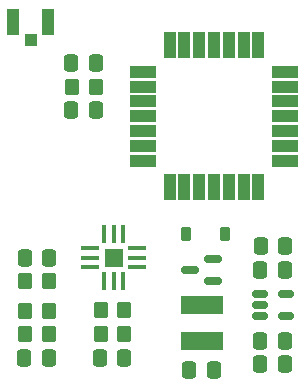
<source format=gbr>
%TF.GenerationSoftware,KiCad,Pcbnew,7.0.7*%
%TF.CreationDate,2024-01-18T13:53:05-05:00*%
%TF.ProjectId,DDRN_Hardware,4444524e-5f48-4617-9264-776172652e6b,rev?*%
%TF.SameCoordinates,Original*%
%TF.FileFunction,Paste,Top*%
%TF.FilePolarity,Positive*%
%FSLAX46Y46*%
G04 Gerber Fmt 4.6, Leading zero omitted, Abs format (unit mm)*
G04 Created by KiCad (PCBNEW 7.0.7) date 2024-01-18 13:53:05*
%MOMM*%
%LPD*%
G01*
G04 APERTURE LIST*
G04 Aperture macros list*
%AMRoundRect*
0 Rectangle with rounded corners*
0 $1 Rounding radius*
0 $2 $3 $4 $5 $6 $7 $8 $9 X,Y pos of 4 corners*
0 Add a 4 corners polygon primitive as box body*
4,1,4,$2,$3,$4,$5,$6,$7,$8,$9,$2,$3,0*
0 Add four circle primitives for the rounded corners*
1,1,$1+$1,$2,$3*
1,1,$1+$1,$4,$5*
1,1,$1+$1,$6,$7*
1,1,$1+$1,$8,$9*
0 Add four rect primitives between the rounded corners*
20,1,$1+$1,$2,$3,$4,$5,0*
20,1,$1+$1,$4,$5,$6,$7,0*
20,1,$1+$1,$6,$7,$8,$9,0*
20,1,$1+$1,$8,$9,$2,$3,0*%
G04 Aperture macros list end*
%ADD10RoundRect,0.225000X-0.225000X-0.375000X0.225000X-0.375000X0.225000X0.375000X-0.225000X0.375000X0*%
%ADD11R,0.350000X1.500000*%
%ADD12R,1.500000X0.350000*%
%ADD13R,1.500000X1.500000*%
%ADD14RoundRect,0.250000X0.337500X0.475000X-0.337500X0.475000X-0.337500X-0.475000X0.337500X-0.475000X0*%
%ADD15R,1.000000X1.050000*%
%ADD16R,1.050000X2.200000*%
%ADD17RoundRect,0.250000X-0.337500X-0.475000X0.337500X-0.475000X0.337500X0.475000X-0.337500X0.475000X0*%
%ADD18RoundRect,0.250000X-0.350000X-0.450000X0.350000X-0.450000X0.350000X0.450000X-0.350000X0.450000X0*%
%ADD19R,2.300000X1.000000*%
%ADD20R,1.000000X2.300000*%
%ADD21RoundRect,0.150000X0.587500X0.150000X-0.587500X0.150000X-0.587500X-0.150000X0.587500X-0.150000X0*%
%ADD22RoundRect,0.250000X0.350000X0.450000X-0.350000X0.450000X-0.350000X-0.450000X0.350000X-0.450000X0*%
%ADD23R,3.600000X1.500000*%
%ADD24RoundRect,0.150000X-0.512500X-0.150000X0.512500X-0.150000X0.512500X0.150000X-0.512500X0.150000X0*%
G04 APERTURE END LIST*
D10*
%TO.C,D1*%
X40737500Y-88450000D03*
X44037500Y-88450000D03*
%TD*%
D11*
%TO.C,U2*%
X35400000Y-88425000D03*
X34600000Y-88425000D03*
X33800000Y-88425000D03*
D12*
X32600000Y-89625000D03*
X32600000Y-90425000D03*
X32600000Y-91225000D03*
D11*
X33800000Y-92425000D03*
X34600000Y-92425000D03*
X35400000Y-92425000D03*
D12*
X36600000Y-91225000D03*
X36600000Y-90425000D03*
X36600000Y-89625000D03*
D13*
X34600000Y-90425000D03*
%TD*%
D14*
%TO.C,C3*%
X35500000Y-98925000D03*
X33425000Y-98925000D03*
%TD*%
D15*
%TO.C,J2*%
X27600000Y-72000000D03*
D16*
X26125000Y-70475000D03*
X29075000Y-70475000D03*
%TD*%
D17*
%TO.C,C10*%
X47025000Y-91450000D03*
X49100000Y-91450000D03*
%TD*%
%TO.C,C9*%
X47062500Y-89450000D03*
X49137500Y-89450000D03*
%TD*%
D14*
%TO.C,C2*%
X43100000Y-99950000D03*
X41025000Y-99950000D03*
%TD*%
D17*
%TO.C,C8*%
X47025000Y-99450000D03*
X49100000Y-99450000D03*
%TD*%
D18*
%TO.C,R5*%
X33500000Y-94850000D03*
X35500000Y-94850000D03*
%TD*%
D19*
%TO.C,U1*%
X49100000Y-82200000D03*
X49100000Y-80950000D03*
X49100000Y-79700000D03*
X49100000Y-78450000D03*
X49100000Y-77200000D03*
X49100000Y-75950000D03*
X49100000Y-74700000D03*
D20*
X46850000Y-72450000D03*
X45600000Y-72450000D03*
X44350000Y-72450000D03*
X43100000Y-72450000D03*
X41850000Y-72450000D03*
X40600000Y-72450000D03*
X39350000Y-72450000D03*
D19*
X37100000Y-74700000D03*
X37100000Y-75950000D03*
X37100000Y-77200000D03*
X37100000Y-78450000D03*
X37100000Y-79700000D03*
X37100000Y-80950000D03*
X37100000Y-82200000D03*
D20*
X39350000Y-84450000D03*
X40600000Y-84450000D03*
X41850000Y-84450000D03*
X43100000Y-84450000D03*
X44350000Y-84450000D03*
X45600000Y-84450000D03*
X46850000Y-84450000D03*
%TD*%
D14*
%TO.C,C11*%
X33100000Y-77950000D03*
X31025000Y-77950000D03*
%TD*%
D17*
%TO.C,C12*%
X31025000Y-73950000D03*
X33100000Y-73950000D03*
%TD*%
D14*
%TO.C,C4*%
X29137500Y-90450000D03*
X27062500Y-90450000D03*
%TD*%
D21*
%TO.C,Q1*%
X42975000Y-92400000D03*
X42975000Y-90500000D03*
X41100000Y-91450000D03*
%TD*%
D18*
%TO.C,R4*%
X27100000Y-96925000D03*
X29100000Y-96925000D03*
%TD*%
D17*
%TO.C,C5*%
X27025000Y-98925000D03*
X29100000Y-98925000D03*
%TD*%
D22*
%TO.C,R2*%
X29100000Y-94925000D03*
X27100000Y-94925000D03*
%TD*%
D18*
%TO.C,R16*%
X31100000Y-75950000D03*
X33100000Y-75950000D03*
%TD*%
D23*
%TO.C,L1*%
X42100000Y-97500000D03*
X42100000Y-94450000D03*
%TD*%
D22*
%TO.C,R3*%
X29100000Y-92425000D03*
X27100000Y-92425000D03*
%TD*%
D17*
%TO.C,C7*%
X47025000Y-97450000D03*
X49100000Y-97450000D03*
%TD*%
D24*
%TO.C,U6*%
X46962500Y-93500000D03*
X46962500Y-94450000D03*
X46962500Y-95400000D03*
X49237500Y-95400000D03*
X49237500Y-93500000D03*
%TD*%
D18*
%TO.C,R1*%
X33500000Y-96850000D03*
X35500000Y-96850000D03*
%TD*%
M02*

</source>
